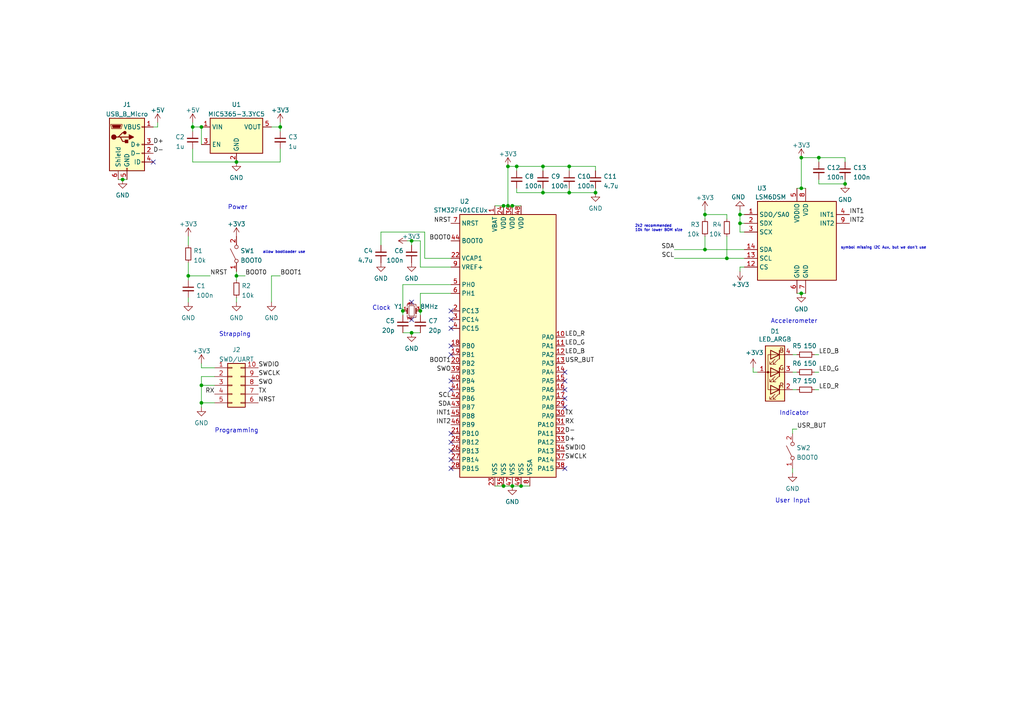
<source format=kicad_sch>
(kicad_sch (version 20211123) (generator eeschema)
  (paper "A4")
  (lib_symbols
    (symbol "Connector:USB_B_Micro" (pin_names (offset 1.016))
      (property "Reference" "J" (at -5.08 11.43 0))
      (property "Value" "USB_B_Micro" (at -5.08 8.89 0))
      (symbol "USB_B_Micro_0_1"
        (rectangle (start -5.08 -7.62) (end 5.08 7.62) (stroke (width 0.254)) (fill (type background)))
        (circle (center -3.81 2.159) (radius 0.635) (stroke (width 0.254)) (fill (type outline)))
        (circle (center -0.635 3.429) (radius 0.381) (stroke (width 0.254)) (fill (type outline)))
        (rectangle (start -0.127 -7.62) (end 0.127 -6.858))
        (polyline (pts (xy -1.905 2.159) (xy 0.635 2.159)) (stroke (width 0.254)))
        (polyline (pts (xy -3.175 2.159) (xy -2.54 2.159) (xy -1.27 3.429) (xy -0.635 3.429)) (stroke (width 0.254)))
        (polyline (pts (xy -2.54 2.159) (xy -1.905 2.159) (xy -1.27 0.889) (xy 0 0.889)) (stroke (width 0.254)))
        (polyline (pts (xy 0.635 2.794) (xy 0.635 1.524) (xy 1.905 2.159) (xy 0.635 2.794)) (stroke (width 0.254)) (fill (type outline)))
        (polyline (pts (xy -4.318 5.588) (xy -1.778 5.588) (xy -2.032 4.826) (xy -4.064 4.826) (xy -4.318 5.588)) (fill (type outline)))
        (polyline (pts (xy -4.699 5.842) (xy -4.699 5.588) (xy -4.445 4.826) (xy -4.445 4.572) (xy -1.651 4.572) (xy -1.651 4.826) (xy -1.397 5.588) (xy -1.397 5.842) (xy -4.699 5.842)))
        (rectangle (start 0.254 1.27) (end -0.508 0.508) (stroke (width 0.254)) (fill (type outline)))
        (rectangle (start 5.08 -5.207) (end 4.318 -4.953))
        (rectangle (start 5.08 -2.667) (end 4.318 -2.413))
        (rectangle (start 5.08 -0.127) (end 4.318 0.127))
        (rectangle (start 5.08 4.953) (end 4.318 5.207))
      )
      (symbol "USB_B_Micro_1_1"
        (pin power_out line (at 7.62 5.08 180) (length 2.54) (name "VBUS") (number "1"))
        (pin bidirectional line (at 7.62 -2.54 180) (length 2.54) (name "D-") (number "2"))
        (pin bidirectional line (at 7.62 0 180) (length 2.54) (name "D+") (number "3"))
        (pin passive line (at 7.62 -5.08 180) (length 2.54) (name "ID") (number "4"))
        (pin power_out line (at 0 -10.16 90) (length 2.54) (name "GND") (number "5"))
        (pin passive line (at -2.54 -10.16 90) (length 2.54) (name "Shield") (number "6"))
      )
    )
    (symbol "Connector_Generic:Conn_02x05_Counter_Clockwise" (pin_names (offset 1.016) hide)
      (property "Reference" "J" (at 1.27 7.62 0))
      (property "Value" "Conn_02x05_Counter_Clockwise" (at 1.27 -7.62 0))
      (symbol "Conn_02x05_Counter_Clockwise_1_1"
        (rectangle (start -1.27 -4.953) (end 0 -5.207) (stroke (width 0.1524)))
        (rectangle (start -1.27 -2.413) (end 0 -2.667) (stroke (width 0.1524)))
        (rectangle (start -1.27 0.127) (end 0 -0.127) (stroke (width 0.1524)))
        (rectangle (start -1.27 2.667) (end 0 2.413) (stroke (width 0.1524)))
        (rectangle (start -1.27 5.207) (end 0 4.953) (stroke (width 0.1524)))
        (rectangle (start -1.27 6.35) (end 3.81 -6.35) (stroke (width 0.254)) (fill (type background)))
        (rectangle (start 3.81 -4.953) (end 2.54 -5.207) (stroke (width 0.1524)))
        (rectangle (start 3.81 -2.413) (end 2.54 -2.667) (stroke (width 0.1524)))
        (rectangle (start 3.81 0.127) (end 2.54 -0.127) (stroke (width 0.1524)))
        (rectangle (start 3.81 2.667) (end 2.54 2.413) (stroke (width 0.1524)))
        (rectangle (start 3.81 5.207) (end 2.54 4.953) (stroke (width 0.1524)))
        (pin passive line (at -5.08 5.08 0) (length 3.81) (name "Pin_1") (number "1"))
        (pin passive line (at 7.62 5.08 180) (length 3.81) (name "Pin_10") (number "10"))
        (pin passive line (at -5.08 2.54 0) (length 3.81) (name "Pin_2") (number "2"))
        (pin passive line (at -5.08 0 0) (length 3.81) (name "Pin_3") (number "3"))
        (pin passive line (at -5.08 -2.54 0) (length 3.81) (name "Pin_4") (number "4"))
        (pin passive line (at -5.08 -5.08 0) (length 3.81) (name "Pin_5") (number "5"))
        (pin passive line (at 7.62 -5.08 180) (length 3.81) (name "Pin_6") (number "6"))
        (pin passive line (at 7.62 -2.54 180) (length 3.81) (name "Pin_7") (number "7"))
        (pin passive line (at 7.62 0 180) (length 3.81) (name "Pin_8") (number "8"))
        (pin passive line (at 7.62 2.54 180) (length 3.81) (name "Pin_9") (number "9"))
      )
    )
    (symbol "Device:C_Small" (pin_numbers hide) (pin_names (offset 0.254) hide)
      (property "Reference" "C" (at 0.254 1.778 0))
      (property "Value" "C_Small" (at 0.254 -2.032 0))
      (symbol "C_Small_0_1"
        (polyline (pts (xy -1.524 -0.508) (xy 1.524 -0.508)) (stroke (width 0.3302)))
        (polyline (pts (xy -1.524 0.508) (xy 1.524 0.508)) (stroke (width 0.3048)))
      )
      (symbol "C_Small_1_1"
        (pin passive line (at 0 2.54 270) (length 2.032) (name "~") (number "1"))
        (pin passive line (at 0 -2.54 90) (length 2.032) (name "~") (number "2"))
      )
    )
    (symbol "Device:Crystal_GND24_Small" (pin_names (offset 1.016) hide)
      (property "Reference" "Y" (at 1.27 4.445 0))
      (property "Value" "Crystal_GND24_Small" (at 1.27 2.54 0))
      (symbol "Crystal_GND24_Small_0_1"
        (rectangle (start -0.762 -1.524) (end 0.762 1.524))
        (polyline (pts (xy -1.27 -0.762) (xy -1.27 0.762)) (stroke (width 0.381)))
        (polyline (pts (xy 1.27 -0.762) (xy 1.27 0.762)) (stroke (width 0.381)))
        (polyline (pts (xy -1.27 -1.27) (xy -1.27 -1.905) (xy 1.27 -1.905) (xy 1.27 -1.27)))
        (polyline (pts (xy -1.27 1.27) (xy -1.27 1.905) (xy 1.27 1.905) (xy 1.27 1.27)))
      )
      (symbol "Crystal_GND24_Small_1_1"
        (pin passive line (at -2.54 0 0) (length 1.27) (name "1") (number "1"))
        (pin passive line (at 0 -2.54 90) (length 0.635) (name "2") (number "2"))
        (pin passive line (at 2.54 0 180) (length 1.27) (name "3") (number "3"))
        (pin passive line (at 0 2.54 270) (length 0.635) (name "4") (number "4"))
      )
    )
    (symbol "Device:LED_ARGB" (pin_names (offset 0) hide)
      (property "Reference" "D" (at 0 9.398 0))
      (property "Value" "LED_ARGB" (at 0 -8.89 0))
      (symbol "LED_ARGB_0_0"
        (text "B" (at -1.905 -6.35 0) (effects (font (size 1.27 1.27))))
        (text "G" (at -1.905 -1.27 0) (effects (font (size 1.27 1.27))))
        (text "R" (at -1.905 3.81 0) (effects (font (size 1.27 1.27))))
      )
      (symbol "LED_ARGB_0_1"
        (polyline (pts (xy -1.27 -5.08) (xy -2.54 -5.08)))
        (polyline (pts (xy -1.27 -5.08) (xy 1.27 -5.08)))
        (polyline (pts (xy -1.27 -3.81) (xy -1.27 -6.35)) (stroke (width 0.254)))
        (polyline (pts (xy -1.27 0) (xy -2.54 0)))
        (polyline (pts (xy -1.27 1.27) (xy -1.27 -1.27)) (stroke (width 0.254)))
        (polyline (pts (xy -1.27 5.08) (xy -2.54 5.08)))
        (polyline (pts (xy -1.27 5.08) (xy 1.27 5.08)))
        (polyline (pts (xy -1.27 6.35) (xy -1.27 3.81)) (stroke (width 0.254)))
        (polyline (pts (xy 1.27 0) (xy -1.27 0)))
        (polyline (pts (xy 1.27 0) (xy 2.54 0)))
        (polyline (pts (xy -1.27 1.27) (xy -1.27 -1.27) (xy -1.27 -1.27)))
        (polyline (pts (xy -1.27 6.35) (xy -1.27 3.81) (xy -1.27 3.81)))
        (polyline (pts (xy 1.27 -5.08) (xy 2.032 -5.08) (xy 2.032 5.08) (xy 1.27 5.08)))
        (polyline (pts (xy 1.27 -3.81) (xy 1.27 -6.35) (xy -1.27 -5.08) (xy 1.27 -3.81)) (stroke (width 0.254)))
        (polyline (pts (xy 1.27 1.27) (xy 1.27 -1.27) (xy -1.27 0) (xy 1.27 1.27)) (stroke (width 0.254)))
        (polyline (pts (xy 1.27 6.35) (xy 1.27 3.81) (xy -1.27 5.08) (xy 1.27 6.35)) (stroke (width 0.254)))
        (polyline (pts (xy -1.016 -3.81) (xy 0.508 -2.286) (xy -0.254 -2.286) (xy 0.508 -2.286) (xy 0.508 -3.048)))
        (polyline (pts (xy -1.016 1.27) (xy 0.508 2.794) (xy -0.254 2.794) (xy 0.508 2.794) (xy 0.508 2.032)))
        (polyline (pts (xy -1.016 6.35) (xy 0.508 7.874) (xy -0.254 7.874) (xy 0.508 7.874) (xy 0.508 7.112)))
        (polyline (pts (xy 0 -3.81) (xy 1.524 -2.286) (xy 0.762 -2.286) (xy 1.524 -2.286) (xy 1.524 -3.048)))
        (polyline (pts (xy 0 1.27) (xy 1.524 2.794) (xy 0.762 2.794) (xy 1.524 2.794) (xy 1.524 2.032)))
        (polyline (pts (xy 0 6.35) (xy 1.524 7.874) (xy 0.762 7.874) (xy 1.524 7.874) (xy 1.524 7.112)))
        (rectangle (start 1.27 -1.27) (end 1.27 1.27))
        (rectangle (start 1.27 1.27) (end 1.27 1.27))
        (rectangle (start 1.27 3.81) (end 1.27 6.35))
        (rectangle (start 1.27 6.35) (end 1.27 6.35))
        (circle (center 2.032 0) (radius 0.254) (fill (type outline)))
        (rectangle (start 2.794 8.382) (end -2.794 -7.62) (stroke (width 0.254)) (fill (type background)))
      )
      (symbol "LED_ARGB_1_1"
        (pin passive line (at 5.08 0 180) (length 2.54) (name "A") (number "1"))
        (pin passive line (at -5.08 5.08 0) (length 2.54) (name "RK") (number "2"))
        (pin passive line (at -5.08 0 0) (length 2.54) (name "GK") (number "3"))
        (pin passive line (at -5.08 -5.08 0) (length 2.54) (name "BK") (number "4"))
      )
    )
    (symbol "Device:R_Small" (pin_numbers hide) (pin_names (offset 0.254) hide)
      (property "Reference" "R" (at 0.762 0.508 0))
      (property "Value" "R_Small" (at 0.762 -1.016 0))
      (symbol "R_Small_0_1"
        (rectangle (start -0.762 1.778) (end 0.762 -1.778) (stroke (width 0.2032)))
      )
      (symbol "R_Small_1_1"
        (pin passive line (at 0 2.54 270) (length 0.762) (name "~") (number "1"))
        (pin passive line (at 0 -2.54 90) (length 0.762) (name "~") (number "2"))
      )
    )
    (symbol "MCU_ST_STM32F4:STM32F401CEUx"
      (property "Reference" "U" (at -15.24 39.37 0))
      (property "Value" "STM32F401CEUx" (at 5.08 39.37 0))
      (symbol "STM32F401CEUx_0_1"
        (rectangle (start -15.24 -38.1) (end 12.7 38.1) (stroke (width 0.254)) (fill (type background)))
      )
      (symbol "STM32F401CEUx_1_1"
        (pin power_in line (at -5.08 40.64 270) (length 2.54) (name "VBAT") (number "1"))
        (pin bidirectional line (at 15.24 2.54 180) (length 2.54) (name "PA0") (number "10"))
        (pin bidirectional line (at 15.24 0 180) (length 2.54) (name "PA1") (number "11"))
        (pin bidirectional line (at 15.24 -2.54 180) (length 2.54) (name "PA2") (number "12"))
        (pin bidirectional line (at 15.24 -5.08 180) (length 2.54) (name "PA3") (number "13"))
        (pin bidirectional line (at 15.24 -7.62 180) (length 2.54) (name "PA4") (number "14"))
        (pin bidirectional line (at 15.24 -10.16 180) (length 2.54) (name "PA5") (number "15"))
        (pin bidirectional line (at 15.24 -12.7 180) (length 2.54) (name "PA6") (number "16"))
        (pin bidirectional line (at 15.24 -15.24 180) (length 2.54) (name "PA7") (number "17"))
        (pin bidirectional line (at -17.78 0 0) (length 2.54) (name "PB0") (number "18"))
        (pin bidirectional line (at -17.78 -2.54 0) (length 2.54) (name "PB1") (number "19"))
        (pin bidirectional line (at -17.78 10.16 0) (length 2.54) (name "PC13") (number "2"))
        (pin bidirectional line (at -17.78 -5.08 0) (length 2.54) (name "PB2") (number "20"))
        (pin bidirectional line (at -17.78 -25.4 0) (length 2.54) (name "PB10") (number "21"))
        (pin power_in line (at -17.78 25.4 0) (length 2.54) (name "VCAP1") (number "22"))
        (pin power_in line (at -5.08 -40.64 90) (length 2.54) (name "VSS") (number "23"))
        (pin power_in line (at -2.54 40.64 270) (length 2.54) (name "VDD") (number "24"))
        (pin bidirectional line (at -17.78 -27.94 0) (length 2.54) (name "PB12") (number "25"))
        (pin bidirectional line (at -17.78 -30.48 0) (length 2.54) (name "PB13") (number "26"))
        (pin bidirectional line (at -17.78 -33.02 0) (length 2.54) (name "PB14") (number "27"))
        (pin bidirectional line (at -17.78 -35.56 0) (length 2.54) (name "PB15") (number "28"))
        (pin bidirectional line (at 15.24 -17.78 180) (length 2.54) (name "PA8") (number "29"))
        (pin bidirectional line (at -17.78 7.62 0) (length 2.54) (name "PC14") (number "3"))
        (pin bidirectional line (at 15.24 -20.32 180) (length 2.54) (name "PA9") (number "30"))
        (pin bidirectional line (at 15.24 -22.86 180) (length 2.54) (name "PA10") (number "31"))
        (pin bidirectional line (at 15.24 -25.4 180) (length 2.54) (name "PA11") (number "32"))
        (pin bidirectional line (at 15.24 -27.94 180) (length 2.54) (name "PA12") (number "33"))
        (pin bidirectional line (at 15.24 -30.48 180) (length 2.54) (name "PA13") (number "34"))
        (pin power_in line (at -2.54 -40.64 90) (length 2.54) (name "VSS") (number "35"))
        (pin power_in line (at 0 40.64 270) (length 2.54) (name "VDD") (number "36"))
        (pin bidirectional line (at 15.24 -33.02 180) (length 2.54) (name "PA14") (number "37"))
        (pin bidirectional line (at 15.24 -35.56 180) (length 2.54) (name "PA15") (number "38"))
        (pin bidirectional line (at -17.78 -7.62 0) (length 2.54) (name "PB3") (number "39"))
        (pin bidirectional line (at -17.78 5.08 0) (length 2.54) (name "PC15") (number "4"))
        (pin bidirectional line (at -17.78 -10.16 0) (length 2.54) (name "PB4") (number "40"))
        (pin bidirectional line (at -17.78 -12.7 0) (length 2.54) (name "PB5") (number "41"))
        (pin bidirectional line (at -17.78 -15.24 0) (length 2.54) (name "PB6") (number "42"))
        (pin bidirectional line (at -17.78 -17.78 0) (length 2.54) (name "PB7") (number "43"))
        (pin input line (at -17.78 30.48 0) (length 2.54) (name "BOOT0") (number "44"))
        (pin bidirectional line (at -17.78 -20.32 0) (length 2.54) (name "PB8") (number "45"))
        (pin bidirectional line (at -17.78 -22.86 0) (length 2.54) (name "PB9") (number "46"))
        (pin power_in line (at 0 -40.64 90) (length 2.54) (name "VSS") (number "47"))
        (pin power_in line (at 2.54 40.64 270) (length 2.54) (name "VDD") (number "48"))
        (pin power_in line (at 2.54 -40.64 90) (length 2.54) (name "VSS") (number "49"))
        (pin input line (at -17.78 17.78 0) (length 2.54) (name "PH0") (number "5"))
        (pin input line (at -17.78 15.24 0) (length 2.54) (name "PH1") (number "6"))
        (pin input line (at -17.78 35.56 0) (length 2.54) (name "NRST") (number "7"))
        (pin power_in line (at 5.08 -40.64 90) (length 2.54) (name "VSSA") (number "8"))
        (pin power_in line (at -17.78 22.86 0) (length 2.54) (name "VREF+") (number "9"))
      )
    )
    (symbol "Regulator_Linear:MIC5365-3.3YC5"
      (property "Reference" "U" (at -6.35 6.35 0))
      (property "Value" "MIC5365-3.3YC5" (at 0 6.35 0))
      (symbol "MIC5365-3.3YC5_0_1"
        (rectangle (start -7.62 -5.08) (end 7.62 5.08) (stroke (width 0.254)) (fill (type background)))
      )
      (symbol "MIC5365-3.3YC5_1_1"
        (pin power_in line (at -10.16 2.54 0) (length 2.54) (name "VIN") (number "1"))
        (pin power_in line (at 0 -7.62 90) (length 2.54) (name "GND") (number "2"))
        (pin input line (at -10.16 -2.54 0) (length 2.54) (name "EN") (number "3"))
        (pin no_connect line (at 7.62 -2.54 180) (length 2.54) hide (name "NC") (number "4"))
        (pin power_out line (at 10.16 2.54 180) (length 2.54) (name "VOUT") (number "5"))
      )
    )
    (symbol "Sensor_Motion:LSM6DS3"
      (property "Reference" "U" (at -11.43 15.24 0))
      (property "Value" "LSM6DS3" (at -11.43 12.7 0))
      (symbol "LSM6DS3_0_1"
        (rectangle (start 11.43 11.43) (end -11.43 -11.43) (stroke (width 0.254)) (fill (type background)))
      )
      (symbol "LSM6DS3_1_1"
        (pin bidirectional line (at -15.24 7.62 0) (length 3.81) (name "SDO/SA0") (number "1"))
        (pin no_connect line (at 10.16 -5.08 180) (length 3.81) hide (name "NC") (number "10"))
        (pin no_connect line (at 10.16 -2.54 180) (length 3.81) hide (name "NC") (number "11"))
        (pin input line (at -15.24 -7.62 0) (length 3.81) (name "CS") (number "12"))
        (pin input line (at -15.24 -5.08 0) (length 3.81) (name "SCL") (number "13"))
        (pin bidirectional line (at -15.24 -2.54 0) (length 3.81) (name "SDA") (number "14"))
        (pin bidirectional line (at -15.24 5.08 0) (length 3.81) (name "SDX") (number "2"))
        (pin input line (at -15.24 2.54 0) (length 3.81) (name "SCX") (number "3"))
        (pin output line (at 15.24 7.62 180) (length 3.81) (name "INT1") (number "4"))
        (pin power_in line (at 0 15.24 270) (length 3.81) (name "VDDIO") (number "5"))
        (pin power_in line (at 0 -15.24 90) (length 3.81) (name "GND") (number "6"))
        (pin power_in line (at 2.54 -15.24 90) (length 3.81) (name "GND") (number "7"))
        (pin power_in line (at 2.54 15.24 270) (length 3.81) (name "VDD") (number "8"))
        (pin output line (at 15.24 5.08 180) (length 3.81) (name "INT2") (number "9"))
      )
    )
    (symbol "Switch:SW_SPST" (pin_names (offset 0) hide)
      (property "Reference" "SW" (at 0 3.175 0))
      (property "Value" "SW_SPST" (at 0 -2.54 0))
      (symbol "SW_SPST_0_0"
        (circle (center -2.032 0) (radius 0.508))
        (polyline (pts (xy -1.524 0.254) (xy 1.524 1.778)))
        (circle (center 2.032 0) (radius 0.508))
      )
      (symbol "SW_SPST_1_1"
        (pin passive line (at -5.08 0 0) (length 2.54) (name "A") (number "1"))
        (pin passive line (at 5.08 0 180) (length 2.54) (name "B") (number "2"))
      )
    )
    (symbol "power:+3V3" (power) (pin_names (offset 0))
      (property "Value" "+3V3" (at 0 3.556 0))
      (symbol "+3V3_0_1"
        (polyline (pts (xy -0.762 1.27) (xy 0 2.54)))
        (polyline (pts (xy 0 0) (xy 0 2.54)))
        (polyline (pts (xy 0 2.54) (xy 0.762 1.27)))
      )
      (symbol "+3V3_1_1"
        (pin power_in line (at 0 0 90) (length 0) hide (name "+3V3") (number "1"))
      )
    )
    (symbol "power:+5V" (power) (pin_names (offset 0))
      (property "Value" "+5V" (at 0 3.556 0))
      (symbol "+5V_0_1"
        (polyline (pts (xy -0.762 1.27) (xy 0 2.54)))
        (polyline (pts (xy 0 0) (xy 0 2.54)))
        (polyline (pts (xy 0 2.54) (xy 0.762 1.27)))
      )
      (symbol "+5V_1_1"
        (pin power_in line (at 0 0 90) (length 0) hide (name "+5V") (number "1"))
      )
    )
    (symbol "power:GND" (power) (pin_names (offset 0))
      (property "Value" "GND" (at 0 -3.81 0))
      (symbol "GND_0_1"
        (polyline (pts (xy 0 0) (xy 0 -1.27) (xy 1.27 -1.27) (xy 0 -2.54) (xy -1.27 -1.27) (xy 0 -1.27)))
      )
      (symbol "GND_1_1"
        (pin power_in line (at 0 0 270) (length 0) hide (name "GND") (number "1"))
      )
    )
  )
  (junction (at 165.1 48.26))
  (junction (at 232.41 54.61))
  (junction (at 147.32 59.69))
  (junction (at 119.38 96.52))
  (junction (at 81.28 36.83))
  (junction (at 165.1 55.88))
  (junction (at 68.58 46.99))
  (junction (at 35.56 52.07))
  (junction (at 121.92 90.17))
  (junction (at 172.72 55.88))
  (junction (at 58.42 36.83))
  (junction (at 157.48 48.26))
  (junction (at 58.42 111.76))
  (junction (at 68.58 80.01))
  (junction (at 204.47 72.39))
  (junction (at 146.05 59.69))
  (junction (at 237.49 45.72))
  (junction (at 116.84 90.17))
  (junction (at 148.59 140.97))
  (junction (at 210.82 74.93))
  (junction (at 148.59 59.69))
  (junction (at 119.38 69.85))
  (junction (at 232.41 45.72))
  (junction (at 54.61 80.01))
  (junction (at 147.32 48.26))
  (junction (at 232.41 85.09))
  (junction (at 157.48 55.88))
  (junction (at 58.42 116.84))
  (junction (at 151.13 140.97))
  (junction (at 146.05 140.97))
  (junction (at 245.11 53.34))
  (junction (at 204.47 62.23))
  (junction (at 214.63 64.77))
  (junction (at 55.88 36.83))
  (junction (at 214.63 62.23))
  (junction (at 149.86 48.26))
  (no_connect (at 163.83 135.89))
  (no_connect (at 130.81 128.27))
  (no_connect (at 130.81 130.81))
  (no_connect (at 130.81 133.35))
  (no_connect (at 130.81 135.89))
  (no_connect (at 163.83 118.11))
  (no_connect (at 163.83 115.57))
  (no_connect (at 163.83 113.03))
  (no_connect (at 163.83 110.49))
  (no_connect (at 163.83 107.95))
  (no_connect (at 130.81 90.17))
  (no_connect (at 130.81 92.71))
  (no_connect (at 130.81 95.25))
  (no_connect (at 130.81 100.33))
  (no_connect (at 130.81 102.87))
  (no_connect (at 130.81 110.49))
  (no_connect (at 130.81 113.03))
  (no_connect (at 130.81 125.73))
  (no_connect (at 44.45 46.99))
  (no_connect (at 119.38 92.71))
  (no_connect (at 119.38 87.63))
  (wire (pts (xy 165.1 48.26) (xy 165.1 49.53)))
  (wire (pts (xy 232.41 45.72) (xy 237.49 45.72)))
  (wire (pts (xy 236.22 113.03) (xy 237.49 113.03)))
  (wire (pts (xy 58.42 36.83) (xy 58.42 41.91)))
  (wire (pts (xy 214.63 62.23) (xy 214.63 60.96)))
  (wire (pts (xy 229.87 124.46) (xy 229.87 125.73)))
  (wire (pts (xy 214.63 77.47) (xy 214.63 78.74)))
  (wire (pts (xy 210.82 68.58) (xy 210.82 74.93)))
  (wire (pts (xy 78.74 87.63) (xy 78.74 80.01)))
  (wire (pts (xy 81.28 36.83) (xy 81.28 38.1)))
  (wire (pts (xy 204.47 60.96) (xy 204.47 62.23)))
  (wire (pts (xy 204.47 62.23) (xy 210.82 62.23)))
  (wire (pts (xy 81.28 43.18) (xy 81.28 46.99)))
  (wire (pts (xy 130.81 77.47) (xy 121.92 77.47)))
  (wire (pts (xy 237.49 45.72) (xy 237.49 46.99)))
  (wire (pts (xy 215.9 67.31) (xy 214.63 67.31)))
  (wire (pts (xy 204.47 72.39) (xy 215.9 72.39)))
  (wire (pts (xy 157.48 54.61) (xy 157.48 55.88)))
  (wire (pts (xy 157.48 48.26) (xy 157.48 49.53)))
  (wire (pts (xy 121.92 77.47) (xy 121.92 69.85)))
  (wire (pts (xy 58.42 106.68) (xy 62.23 106.68)))
  (wire (pts (xy 54.61 86.36) (xy 54.61 87.63)))
  (wire (pts (xy 236.22 107.95) (xy 237.49 107.95)))
  (wire (pts (xy 121.92 85.09) (xy 130.81 85.09)))
  (wire (pts (xy 118.11 69.85) (xy 119.38 69.85)))
  (wire (pts (xy 116.84 82.55) (xy 116.84 90.17)))
  (wire (pts (xy 78.74 80.01) (xy 81.28 80.01)))
  (wire (pts (xy 68.58 78.74) (xy 68.58 80.01)))
  (wire (pts (xy 204.47 62.23) (xy 204.47 63.5)))
  (wire (pts (xy 62.23 109.22) (xy 58.42 109.22)))
  (wire (pts (xy 146.05 140.97) (xy 148.59 140.97)))
  (wire (pts (xy 55.88 46.99) (xy 68.58 46.99)))
  (wire (pts (xy 58.42 116.84) (xy 58.42 118.11)))
  (wire (pts (xy 119.38 96.52) (xy 121.92 96.52)))
  (wire (pts (xy 55.88 35.56) (xy 55.88 36.83)))
  (wire (pts (xy 165.1 55.88) (xy 172.72 55.88)))
  (wire (pts (xy 68.58 80.01) (xy 68.58 81.28)))
  (wire (pts (xy 116.84 96.52) (xy 119.38 96.52)))
  (wire (pts (xy 210.82 63.5) (xy 210.82 62.23)))
  (wire (pts (xy 214.63 67.31) (xy 214.63 64.77)))
  (wire (pts (xy 229.87 135.89) (xy 229.87 137.16)))
  (wire (pts (xy 218.44 107.95) (xy 219.71 107.95)))
  (wire (pts (xy 68.58 86.36) (xy 68.58 87.63)))
  (wire (pts (xy 116.84 82.55) (xy 130.81 82.55)))
  (wire (pts (xy 148.59 59.69) (xy 151.13 59.69)))
  (wire (pts (xy 58.42 105.41) (xy 58.42 106.68)))
  (wire (pts (xy 130.81 74.93) (xy 123.19 74.93)))
  (wire (pts (xy 58.42 111.76) (xy 58.42 116.84)))
  (wire (pts (xy 81.28 46.99) (xy 68.58 46.99)))
  (wire (pts (xy 218.44 106.68) (xy 218.44 107.95)))
  (wire (pts (xy 237.49 53.34) (xy 237.49 52.07)))
  (wire (pts (xy 146.05 59.69) (xy 147.32 59.69)))
  (wire (pts (xy 149.86 48.26) (xy 149.86 49.53)))
  (wire (pts (xy 34.29 52.07) (xy 35.56 52.07)))
  (wire (pts (xy 147.32 59.69) (xy 148.59 59.69)))
  (wire (pts (xy 214.63 64.77) (xy 215.9 64.77)))
  (wire (pts (xy 214.63 62.23) (xy 215.9 62.23)))
  (wire (pts (xy 214.63 64.77) (xy 214.63 62.23)))
  (wire (pts (xy 147.32 48.26) (xy 147.32 59.69)))
  (wire (pts (xy 245.11 53.34) (xy 237.49 53.34)))
  (wire (pts (xy 229.87 107.95) (xy 231.14 107.95)))
  (wire (pts (xy 172.72 54.61) (xy 172.72 55.88)))
  (wire (pts (xy 54.61 80.01) (xy 54.61 81.28)))
  (wire (pts (xy 236.22 102.87) (xy 237.49 102.87)))
  (wire (pts (xy 204.47 68.58) (xy 204.47 72.39)))
  (wire (pts (xy 121.92 90.17) (xy 121.92 91.44)))
  (wire (pts (xy 55.88 43.18) (xy 55.88 46.99)))
  (wire (pts (xy 231.14 54.61) (xy 232.41 54.61)))
  (wire (pts (xy 210.82 74.93) (xy 215.9 74.93)))
  (wire (pts (xy 195.58 72.39) (xy 204.47 72.39)))
  (wire (pts (xy 165.1 54.61) (xy 165.1 55.88)))
  (wire (pts (xy 45.72 36.83) (xy 45.72 35.56)))
  (wire (pts (xy 237.49 45.72) (xy 245.11 45.72)))
  (wire (pts (xy 123.19 67.31) (xy 110.49 67.31)))
  (wire (pts (xy 44.45 36.83) (xy 45.72 36.83)))
  (wire (pts (xy 60.96 80.01) (xy 54.61 80.01)))
  (wire (pts (xy 232.41 54.61) (xy 233.68 54.61)))
  (wire (pts (xy 71.12 80.01) (xy 68.58 80.01)))
  (wire (pts (xy 121.92 85.09) (xy 121.92 90.17)))
  (wire (pts (xy 157.48 48.26) (xy 165.1 48.26)))
  (wire (pts (xy 229.87 113.03) (xy 231.14 113.03)))
  (wire (pts (xy 157.48 55.88) (xy 165.1 55.88)))
  (wire (pts (xy 110.49 67.31) (xy 110.49 71.12)))
  (wire (pts (xy 215.9 77.47) (xy 214.63 77.47)))
  (wire (pts (xy 58.42 109.22) (xy 58.42 111.76)))
  (wire (pts (xy 232.41 85.09) (xy 233.68 85.09)))
  (wire (pts (xy 147.32 48.26) (xy 149.86 48.26)))
  (wire (pts (xy 55.88 36.83) (xy 58.42 36.83)))
  (wire (pts (xy 231.14 124.46) (xy 229.87 124.46)))
  (wire (pts (xy 229.87 102.87) (xy 231.14 102.87)))
  (wire (pts (xy 165.1 48.26) (xy 172.72 48.26)))
  (wire (pts (xy 231.14 85.09) (xy 232.41 85.09)))
  (wire (pts (xy 149.86 54.61) (xy 149.86 55.88)))
  (wire (pts (xy 35.56 52.07) (xy 36.83 52.07)))
  (wire (pts (xy 119.38 69.85) (xy 119.38 71.12)))
  (wire (pts (xy 172.72 49.53) (xy 172.72 48.26)))
  (wire (pts (xy 149.86 55.88) (xy 157.48 55.88)))
  (wire (pts (xy 143.51 59.69) (xy 146.05 59.69)))
  (wire (pts (xy 195.58 74.93) (xy 210.82 74.93)))
  (wire (pts (xy 151.13 140.97) (xy 153.67 140.97)))
  (wire (pts (xy 81.28 36.83) (xy 81.28 35.56)))
  (wire (pts (xy 245.11 52.07) (xy 245.11 53.34)))
  (wire (pts (xy 54.61 76.2) (xy 54.61 80.01)))
  (wire (pts (xy 148.59 140.97) (xy 151.13 140.97)))
  (wire (pts (xy 54.61 68.58) (xy 54.61 71.12)))
  (wire (pts (xy 78.74 36.83) (xy 81.28 36.83)))
  (wire (pts (xy 232.41 45.72) (xy 232.41 54.61)))
  (wire (pts (xy 149.86 48.26) (xy 157.48 48.26)))
  (wire (pts (xy 245.11 45.72) (xy 245.11 46.99)))
  (wire (pts (xy 143.51 140.97) (xy 146.05 140.97)))
  (wire (pts (xy 58.42 116.84) (xy 62.23 116.84)))
  (wire (pts (xy 116.84 90.17) (xy 116.84 91.44)))
  (wire (pts (xy 123.19 74.93) (xy 123.19 67.31)))
  (wire (pts (xy 119.38 69.85) (xy 121.92 69.85)))
  (wire (pts (xy 58.42 111.76) (xy 62.23 111.76)))
  (wire (pts (xy 55.88 36.83) (xy 55.88 38.1)))
  (text "allow bootloader use" (at 76.2 73.66 0) (effects (font (size 0.762 0.762)) (justify left bottom)))
  (text "Indicator" (at 226.06 120.65 0) (effects (font (size 1.27 1.27)) (justify left bottom)))
  (text "Strapping" (at 63.5 97.79 0) (effects (font (size 1.27 1.27)) (justify left bottom)))
  (text "User Input" (at 224.79 146.05 0) (effects (font (size 1.27 1.27)) (justify left bottom)))
  (text "Power" (at 66.04 60.96 0) (effects (font (size 1.27 1.27)) (justify left bottom)))
  (text "Accelerometer" (at 223.52 93.98 0) (effects (font (size 1.27 1.27)) (justify left bottom)))
  (text "Clock" (at 107.95 90.17 0) (effects (font (size 1.27 1.27)) (justify left bottom)))
  (text "Programming" (at 62.23 125.73 0) (effects (font (size 1.27 1.27)) (justify left bottom)))
  (text "2k2 recommended\n10k for lower BOM size" (at 184.15 67.31 0) (effects (font (size 0.762 0.762)) (justify left bottom)))
  (text "symbol missing I2C Aux, but we don't use" (at 243.84 72.39 0) (effects (font (size 0.762 0.762)) (justify left bottom)))
  (label "LED_R" (at 163.83 97.79 0))
  (label "SWO" (at 130.81 107.95 180))
  (label "NRST" (at 74.93 116.84 0))
  (label "RX" (at 62.23 114.3 180))
  (label "NRST" (at 60.96 80.01 0))
  (label "SWCLK" (at 163.83 133.35 0))
  (label "D+" (at 163.83 128.27 0))
  (label "SWCLK" (at 74.93 109.22 0))
  (label "SDA" (at 130.81 118.11 180))
  (label "RX" (at 163.83 123.19 0))
  (label "INT1" (at 246.38 62.23 0))
  (label "LED_B" (at 237.49 102.87 0))
  (label "SWDIO" (at 163.83 130.81 0))
  (label "BOOT1" (at 81.28 80.01 0))
  (label "USR_BUT" (at 163.83 105.41 0))
  (label "BOOT0" (at 71.12 80.01 0))
  (label "LED_G" (at 163.83 100.33 0))
  (label "LED_R" (at 237.49 113.03 0))
  (label "BOOT1" (at 130.81 105.41 180))
  (label "INT2" (at 130.81 123.19 180))
  (label "BOOT0" (at 130.81 69.85 180))
  (label "SCL" (at 130.81 115.57 180))
  (label "USR_BUT" (at 231.14 124.46 0))
  (label "NRST" (at 130.81 64.77 180))
  (label "SCL" (at 195.58 74.93 180))
  (label "SWO" (at 74.93 111.76 0))
  (label "D-" (at 163.83 125.73 0))
  (label "D-" (at 44.45 44.45 0))
  (label "SDA" (at 195.58 72.39 180))
  (label "LED_B" (at 163.83 102.87 0))
  (label "LED_G" (at 237.49 107.95 0))
  (label "D+" (at 44.45 41.91 0))
  (label "TX" (at 74.93 114.3 0))
  (label "INT2" (at 246.38 64.77 0))
  (label "SWDIO" (at 74.93 106.68 0))
  (label "TX" (at 163.83 120.65 0))
  (label "INT1" (at 130.81 120.65 180))
  (symbol (lib_id "power:GND") (at 119.38 96.52 0) (unit 1)
    (property "Reference" "#PWR016" (effects hide))
    (property "Value" "GND" (at 119.38 101.0825 0))
  )
  (symbol (lib_id "power:GND") (at 232.41 85.09 0) (unit 1)
    (property "Reference" "#PWR026" (effects hide))
    (property "Value" "GND" (at 232.41 89.6525 0))
  )
  (symbol (lib_id "Device:LED_ARGB") (at 224.79 107.95 180) (unit 1)
    (property "Reference" "D1" (at 224.79 96.0882 0))
    (property "Value" "LED_ARGB" (at 224.79 98.3996 0))
    (property "Footprint" "LED_SMD:LED_Cree-PLCC4_2x2mm_CW" (effects hide))
  )
  (symbol (lib_id "power:+3V3") (at 232.41 45.72 0) (unit 1)
    (property "Reference" "#PWR025" (effects hide))
    (property "Value" "+3V3" (at 232.41 42.1155 0))
  )
  (symbol (lib_id "Connector:USB_B_Micro") (at 36.83 41.91 0) (unit 1)
    (property "Reference" "J1" (at 36.83 30.3235 0))
    (property "Value" "USB_B_Micro" (at 36.83 33.0986 0))
  )
  (symbol (lib_id "power:GND") (at 214.63 60.96 180) (unit 1)
    (property "Reference" "#PWR021" (effects hide))
    (property "Value" "GND" (at 212.09 57.15 0) (effects (justify right)))
  )
  (symbol (lib_id "power:+5V") (at 45.72 35.56 0) (unit 1)
    (property "Reference" "#PWR02" (effects hide))
    (property "Value" "+5V" (at 45.72 31.9555 0))
  )
  (symbol (lib_id "power:GND") (at 68.58 46.99 0) (unit 1)
    (property "Reference" "#PWR08" (effects hide))
    (property "Value" "GND" (at 68.58 51.5525 0))
  )
  (symbol (lib_id "power:+3V3") (at 118.11 69.85 90) (unit 1)
    (property "Reference" "#PWR014" (effects hide))
    (property "Value" "+3V3" (at 121.92 68.58 90) (effects (justify left)))
  )
  (symbol (lib_id "Device:R_Small") (at 68.58 83.82 0) (unit 1)
    (property "Reference" "R2" (at 70.0786 82.9115 0) (effects (justify left)))
    (property "Value" "10k" (at 70.0786 85.6866 0) (effects (justify left)))
    (property "Footprint" "Resistor_SMD:R_0603_1608Metric" (effects hide))
  )
  (symbol (lib_id "power:+3V3") (at 58.42 105.41 0) (unit 1)
    (property "Reference" "#PWR06" (effects hide))
    (property "Value" "+3V3" (at 58.42 101.8055 0))
  )
  (symbol (lib_id "Device:C_Small") (at 54.61 83.82 0) (unit 1)
    (property "Reference" "C1" (at 56.9341 82.9178 0) (effects (justify left)))
    (property "Value" "100n" (at 56.9341 85.6929 0) (effects (justify left)))
    (property "Footprint" "Capacitor_SMD:C_0603_1608Metric" (effects hide))
  )
  (symbol (lib_id "Device:C_Small") (at 55.88 40.64 0) (mirror x) (unit 1)
    (property "Reference" "C2" (at 53.5559 39.7251 0) (effects (justify right)))
    (property "Value" "1u" (at 53.5559 42.5002 0) (effects (justify right)))
  )
  (symbol (lib_id "power:+3V3") (at 147.32 48.26 0) (unit 1)
    (property "Reference" "#PWR017" (effects hide))
    (property "Value" "+3V3" (at 147.32 44.6555 0))
  )
  (symbol (lib_id "power:GND") (at 54.61 87.63 0) (unit 1)
    (property "Reference" "#PWR04" (effects hide))
    (property "Value" "GND" (at 54.61 92.1925 0))
  )
  (symbol (lib_id "Device:C_Small") (at 81.28 40.64 0) (unit 1)
    (property "Reference" "C3" (at 83.6041 39.7378 0) (effects (justify left)))
    (property "Value" "1u" (at 83.6041 42.5129 0) (effects (justify left)))
  )
  (symbol (lib_id "MCU_ST_STM32F4:STM32F401CEUx") (at 148.59 100.33 0) (unit 1)
    (property "Reference" "U2" (at 133.35 58.42 0) (effects (justify left)))
    (property "Value" "STM32F401CEUx" (at 125.73 60.96 0) (effects (justify left)))
    (property "Footprint" "Package_DFN_QFN:QFN-48-1EP_7x7mm_P0.5mm_EP5.6x5.6mm" (effects hide))
    (property "Datasheet" "http://www.st.com/st-web-ui/static/active/en/resource/technical/document/datasheet/DM00102166.pdf" (effects hide))
  )
  (symbol (lib_id "power:GND") (at 229.87 137.16 0) (unit 1)
    (property "Reference" "#PWR024" (effects hide))
    (property "Value" "GND" (at 229.87 141.7225 0))
  )
  (symbol (lib_id "power:GND") (at 78.74 87.63 0) (unit 1)
    (property "Reference" "#PWR011" (effects hide))
    (property "Value" "GND" (at 78.74 92.1925 0))
  )
  (symbol (lib_id "Device:C_Small") (at 149.86 52.07 0) (unit 1)
    (property "Reference" "C8" (at 152.1841 51.1678 0) (effects (justify left)))
    (property "Value" "100n" (at 152.1841 53.9429 0) (effects (justify left)))
  )
  (symbol (lib_id "Switch:SW_SPST") (at 229.87 130.81 90) (unit 1)
    (property "Reference" "SW2" (at 231.013 129.9015 90) (effects (justify right)))
    (property "Value" "BOOT0" (at 231.013 132.6766 90) (effects (justify right)))
  )
  (symbol (lib_id "Device:R_Small") (at 210.82 66.04 0) (mirror x) (unit 1)
    (property "Reference" "R4" (at 209.3215 65.1315 0) (effects (justify right)))
    (property "Value" "10k" (at 209.3215 67.9066 0) (effects (justify right)))
    (property "Footprint" "Resistor_SMD:R_0603_1608Metric" (effects hide))
  )
  (symbol (lib_id "Device:C_Small") (at 245.11 49.53 0) (unit 1)
    (property "Reference" "C13" (at 247.4341 48.6278 0) (effects (justify left)))
    (property "Value" "100n" (at 247.4341 51.4029 0) (effects (justify left)))
  )
  (symbol (lib_id "power:GND") (at 68.58 87.63 0) (unit 1)
    (property "Reference" "#PWR010" (effects hide))
    (property "Value" "GND" (at 68.58 92.1925 0))
  )
  (symbol (lib_id "Device:R_Small") (at 204.47 66.04 0) (mirror x) (unit 1)
    (property "Reference" "R3" (at 202.9715 65.1315 0) (effects (justify right)))
    (property "Value" "10k" (at 202.9715 67.9066 0) (effects (justify right)))
    (property "Footprint" "Resistor_SMD:R_0603_1608Metric" (effects hide))
  )
  (symbol (lib_id "Device:C_Small") (at 157.48 52.07 0) (unit 1)
    (property "Reference" "C9" (at 159.8041 51.1678 0) (effects (justify left)))
    (property "Value" "100n" (at 159.8041 53.9429 0) (effects (justify left)))
  )
  (symbol (lib_id "Device:C_Small") (at 116.84 93.98 0) (mirror x) (unit 1)
    (property "Reference" "C5" (at 114.516 93.0651 0) (effects (justify right)))
    (property "Value" "20p" (at 114.516 95.8402 0) (effects (justify right)))
    (property "Footprint" "Capacitor_SMD:C_0603_1608Metric" (effects hide))
  )
  (symbol (lib_id "Regulator_Linear:MIC5365-3.3YC5") (at 68.58 39.37 0) (unit 1)
    (property "Reference" "U1" (at 68.58 30.3235 0))
    (property "Value" "MIC5365-3.3YC5" (at 68.58 33.0986 0))
    (property "Footprint" "Package_TO_SOT_SMD:SOT-353_SC-70-5" (effects hide))
    (property "Datasheet" "http://ww1.microchip.com/downloads/en/DeviceDoc/mic5365.pdf" (effects hide))
  )
  (symbol (lib_id "Device:R_Small") (at 233.68 107.95 270) (unit 1)
    (property "Reference" "R6" (at 231.14 105.41 90))
    (property "Value" "150" (at 234.95 105.41 90))
    (property "Footprint" "Resistor_SMD:R_0603_1608Metric" (effects hide))
  )
  (symbol (lib_id "power:GND") (at 119.38 76.2 0) (unit 1)
    (property "Reference" "#PWR015" (effects hide))
    (property "Value" "GND" (at 119.38 80.7625 0))
  )
  (symbol (lib_id "power:GND") (at 110.49 76.2 0) (unit 1)
    (property "Reference" "#PWR013" (effects hide))
    (property "Value" "GND" (at 110.49 80.7625 0))
  )
  (symbol (lib_id "power:GND") (at 148.59 140.97 0) (unit 1)
    (property "Reference" "#PWR018" (effects hide))
    (property "Value" "GND" (at 148.59 145.5325 0))
  )
  (symbol (lib_id "power:GND") (at 35.56 52.07 0) (unit 1)
    (property "Reference" "#PWR01" (effects hide))
    (property "Value" "GND" (at 35.56 56.6325 0))
  )
  (symbol (lib_id "Sensor_Motion:LSM6DS3") (at 231.14 69.85 0) (unit 1)
    (property "Reference" "U3" (at 220.98 54.61 0))
    (property "Value" "LSM6DSM" (at 223.52 57.15 0))
    (property "Footprint" "Package_LGA:LGA-14_3x2.5mm_P0.5mm_LayoutBorder3x4y" (effects hide))
    (property "Datasheet" "www.st.com/resource/en/datasheet/lsm6ds3.pdf" (effects hide))
  )
  (symbol (lib_id "Device:R_Small") (at 54.61 73.66 0) (unit 1)
    (property "Reference" "R1" (at 56.1086 72.7515 0) (effects (justify left)))
    (property "Value" "10k" (at 56.1086 75.5266 0) (effects (justify left)))
    (property "Footprint" "Resistor_SMD:R_0603_1608Metric" (effects hide))
  )
  (symbol (lib_id "Device:C_Small") (at 172.72 52.07 0) (unit 1)
    (property "Reference" "C11" (at 175.0441 51.1678 0) (effects (justify left)))
    (property "Value" "4.7u" (at 175.0441 53.9429 0) (effects (justify left)))
  )
  (symbol (lib_id "Device:C_Small") (at 110.49 73.66 0) (mirror x) (unit 1)
    (property "Reference" "C4" (at 108.166 72.7451 0) (effects (justify right)))
    (property "Value" "4.7u" (at 108.166 75.5202 0) (effects (justify right)))
  )
  (symbol (lib_id "power:+3V3") (at 68.58 68.58 0) (unit 1)
    (property "Reference" "#PWR09" (effects hide))
    (property "Value" "+3V3" (at 68.58 64.9755 0))
  )
  (symbol (lib_id "power:+3V3") (at 218.44 106.68 0) (unit 1)
    (property "Reference" "#PWR023" (effects hide))
    (property "Value" "+3V3" (at 218.821 102.2858 0))
  )
  (symbol (lib_id "power:+5V") (at 55.88 35.56 0) (unit 1)
    (property "Reference" "#PWR05" (effects hide))
    (property "Value" "+5V" (at 55.88 31.9555 0))
  )
  (symbol (lib_id "Switch:SW_SPST") (at 68.58 73.66 90) (unit 1)
    (property "Reference" "SW1" (at 69.723 72.7515 90) (effects (justify right)))
    (property "Value" "BOOT0" (at 69.723 75.5266 90) (effects (justify right)))
  )
  (symbol (lib_id "power:+3V3") (at 81.28 35.56 0) (unit 1)
    (property "Reference" "#PWR012" (effects hide))
    (property "Value" "+3V3" (at 81.28 31.9555 0))
  )
  (symbol (lib_id "power:+3V3") (at 214.63 78.74 180) (unit 1)
    (property "Reference" "#PWR022" (effects hide))
    (property "Value" "+3V3" (at 212.09 82.55 0) (effects (justify right)))
  )
  (symbol (lib_id "Device:C_Small") (at 237.49 49.53 0) (unit 1)
    (property "Reference" "C12" (at 239.8141 48.6278 0) (effects (justify left)))
    (property "Value" "100n" (at 239.8141 51.4029 0) (effects (justify left)))
  )
  (symbol (lib_id "power:GND") (at 172.72 55.88 0) (unit 1)
    (property "Reference" "#PWR019" (effects hide))
    (property "Value" "GND" (at 172.72 60.4425 0))
  )
  (symbol (lib_id "Device:C_Small") (at 121.92 93.98 0) (unit 1)
    (property "Reference" "C7" (at 124.2441 93.0778 0) (effects (justify left)))
    (property "Value" "20p" (at 124.2441 95.8529 0) (effects (justify left)))
    (property "Footprint" "Capacitor_SMD:C_0603_1608Metric" (effects hide))
  )
  (symbol (lib_id "Device:R_Small") (at 233.68 102.87 270) (unit 1)
    (property "Reference" "R5" (at 231.14 100.33 90))
    (property "Value" "150" (at 234.95 100.33 90))
    (property "Footprint" "Resistor_SMD:R_0603_1608Metric" (effects hide))
  )
  (symbol (lib_id "Device:C_Small") (at 119.38 73.66 0) (mirror x) (unit 1)
    (property "Reference" "C6" (at 117.0559 72.7451 0) (effects (justify right)))
    (property "Value" "100n" (at 117.0559 75.5202 0) (effects (justify right)))
  )
  (symbol (lib_id "Connector_Generic:Conn_02x05_Counter_Clockwise") (at 67.31 111.76 0) (unit 1)
    (property "Reference" "J2" (at 68.58 101.4435 0))
    (property "Value" "SWD/UART" (at 68.58 104.2186 0))
  )
  (symbol (lib_id "power:GND") (at 245.11 53.34 0) (unit 1)
    (property "Reference" "#PWR027" (effects hide))
    (property "Value" "GND" (at 245.11 57.9025 0))
  )
  (symbol (lib_id "Device:Crystal_GND24_Small") (at 119.38 90.17 0) (unit 1)
    (property "Reference" "Y1" (at 115.57 88.9 0))
    (property "Value" "8MHz" (at 124.46 88.9 0))
    (property "Footprint" "Crystal:Crystal_SMD_3225-4Pin_3.2x2.5mm" (effects hide))
  )
  (symbol (lib_id "power:GND") (at 58.42 118.11 0) (unit 1)
    (property "Reference" "#PWR07" (effects hide))
    (property "Value" "GND" (at 58.42 122.6725 0))
  )
  (symbol (lib_id "Device:R_Small") (at 233.68 113.03 270) (unit 1)
    (property "Reference" "R7" (at 231.14 110.49 90))
    (property "Value" "150" (at 234.95 110.49 90))
    (property "Footprint" "Resistor_SMD:R_0603_1608Metric" (effects hide))
  )
  (symbol (lib_id "power:+3V3") (at 54.61 68.58 0) (unit 1)
    (property "Reference" "#PWR03" (effects hide))
    (property "Value" "+3V3" (at 54.61 64.9755 0))
  )
  (symbol (lib_id "power:+3V3") (at 204.47 60.96 0) (unit 1)
    (property "Reference" "#PWR020" (effects hide))
    (property "Value" "+3V3" (at 204.47 57.3555 0))
  )
  (symbol (lib_id "Device:C_Small") (at 165.1 52.07 0) (unit 1)
    (property "Reference" "C10" (at 167.4241 51.1678 0) (effects (justify left)))
    (property "Value" "100n" (at 167.4241 53.9429 0) (effects (justify left)))
  )
)
</source>
